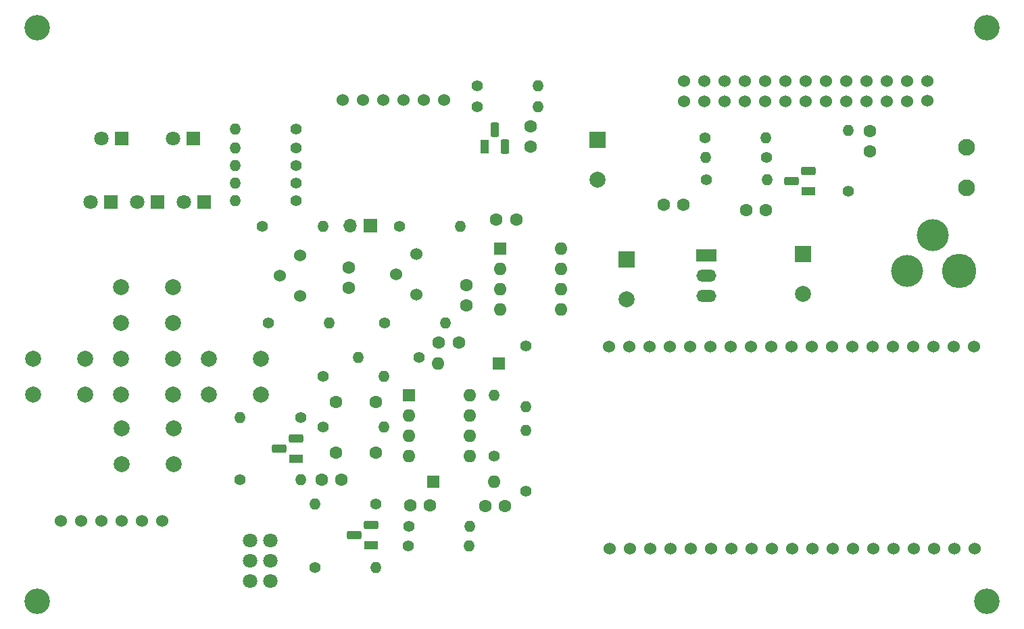
<source format=gbr>
%TF.GenerationSoftware,KiCad,Pcbnew,8.0.1*%
%TF.CreationDate,2024-04-18T15:02:16+02:00*%
%TF.ProjectId,GewitterMonitor,47657769-7474-4657-924d-6f6e69746f72,rev?*%
%TF.SameCoordinates,Original*%
%TF.FileFunction,Soldermask,Bot*%
%TF.FilePolarity,Negative*%
%FSLAX46Y46*%
G04 Gerber Fmt 4.6, Leading zero omitted, Abs format (unit mm)*
G04 Created by KiCad (PCBNEW 8.0.1) date 2024-04-18 15:02:16*
%MOMM*%
%LPD*%
G01*
G04 APERTURE LIST*
G04 Aperture macros list*
%AMRoundRect*
0 Rectangle with rounded corners*
0 $1 Rounding radius*
0 $2 $3 $4 $5 $6 $7 $8 $9 X,Y pos of 4 corners*
0 Add a 4 corners polygon primitive as box body*
4,1,4,$2,$3,$4,$5,$6,$7,$8,$9,$2,$3,0*
0 Add four circle primitives for the rounded corners*
1,1,$1+$1,$2,$3*
1,1,$1+$1,$4,$5*
1,1,$1+$1,$6,$7*
1,1,$1+$1,$8,$9*
0 Add four rect primitives between the rounded corners*
20,1,$1+$1,$2,$3,$4,$5,0*
20,1,$1+$1,$4,$5,$6,$7,0*
20,1,$1+$1,$6,$7,$8,$9,0*
20,1,$1+$1,$8,$9,$2,$3,0*%
G04 Aperture macros list end*
%ADD10C,1.600000*%
%ADD11C,1.400000*%
%ADD12O,1.400000X1.400000*%
%ADD13R,1.600000X1.600000*%
%ADD14O,1.600000X1.600000*%
%ADD15C,2.100000*%
%ADD16R,1.800000X1.100000*%
%ADD17RoundRect,0.275000X0.625000X-0.275000X0.625000X0.275000X-0.625000X0.275000X-0.625000X-0.275000X0*%
%ADD18C,1.524000*%
%ADD19C,3.200000*%
%ADD20R,1.100000X1.800000*%
%ADD21RoundRect,0.275000X-0.275000X-0.625000X0.275000X-0.625000X0.275000X0.625000X-0.275000X0.625000X0*%
%ADD22R,2.000000X2.000000*%
%ADD23C,2.000000*%
%ADD24R,1.700000X1.700000*%
%ADD25O,1.700000X1.700000*%
%ADD26C,1.800000*%
%ADD27C,4.000000*%
%ADD28C,4.300000*%
%ADD29R,2.500000X1.500000*%
%ADD30O,2.500000X1.500000*%
%ADD31R,1.800000X1.800000*%
G04 APERTURE END LIST*
D10*
%TO.C,C9*%
X121200000Y-37400000D03*
X121200000Y-34900000D03*
%TD*%
D11*
%TO.C,R13*%
X94200000Y-90200000D03*
D12*
X101820000Y-90200000D03*
%TD*%
D10*
%TO.C,C4*%
X95020000Y-79200000D03*
X97520000Y-79200000D03*
%TD*%
D13*
%TO.C,U4*%
X106000000Y-68580000D03*
D14*
X106000000Y-71120000D03*
X106000000Y-73660000D03*
X106000000Y-76200000D03*
X113620000Y-76200000D03*
X113620000Y-73660000D03*
X113620000Y-71120000D03*
X113620000Y-68580000D03*
%TD*%
D15*
%TO.C,J2*%
X175800000Y-37520000D03*
X175800000Y-42600000D03*
%TD*%
D16*
%TO.C,Q2*%
X156000000Y-42972323D03*
D17*
X153930000Y-41702323D03*
X156000000Y-40432323D03*
%TD*%
D11*
%TO.C,R3*%
X143200000Y-41600000D03*
D12*
X150820000Y-41600000D03*
%TD*%
D18*
%TO.C,RV1*%
X92340000Y-51060000D03*
X89800000Y-53600000D03*
X92340000Y-56140000D03*
%TD*%
%TO.C,U3*%
X75045000Y-84330000D03*
X72505000Y-84330000D03*
X69965000Y-84330000D03*
X67425000Y-84330000D03*
X64885000Y-84330000D03*
X62345000Y-84330000D03*
%TD*%
D19*
%TO.C,REF\u002A\u002A*%
X178400000Y-94400000D03*
%TD*%
D11*
%TO.C,R9*%
X107240000Y-63800000D03*
D12*
X99620000Y-63800000D03*
%TD*%
D20*
%TO.C,U5*%
X115460000Y-37400000D03*
D21*
X116730000Y-35330000D03*
X118000000Y-37400000D03*
%TD*%
D11*
%TO.C,R8*%
X92420000Y-71400000D03*
D12*
X84800000Y-71400000D03*
%TD*%
D11*
%TO.C,R26*%
X105900000Y-87500000D03*
D12*
X113520000Y-87500000D03*
%TD*%
D16*
%TO.C,Q3*%
X91800000Y-76540000D03*
D17*
X89730000Y-75270000D03*
X91800000Y-74000000D03*
%TD*%
D11*
%TO.C,R12*%
X95210000Y-72600000D03*
D12*
X102830000Y-72600000D03*
%TD*%
D10*
%TO.C,C5*%
X101800000Y-69400000D03*
X96800000Y-69400000D03*
%TD*%
%TO.C,C16*%
X140350000Y-44700000D03*
X137850000Y-44700000D03*
%TD*%
D19*
%TO.C,REF\u002A\u002A*%
X59400000Y-94400000D03*
%TD*%
D11*
%TO.C,R11*%
X116620000Y-76200000D03*
D12*
X116620000Y-68580000D03*
%TD*%
D22*
%TO.C,C14*%
X155300000Y-50900000D03*
D23*
X155300000Y-55900000D03*
%TD*%
D11*
%TO.C,R15*%
X114500000Y-29800000D03*
D12*
X122120000Y-29800000D03*
%TD*%
D16*
%TO.C,Q4*%
X101200000Y-87400000D03*
D17*
X99130000Y-86130000D03*
X101200000Y-84860000D03*
%TD*%
D11*
%TO.C,R22*%
X102960000Y-59500000D03*
D12*
X110580000Y-59500000D03*
%TD*%
D24*
%TO.C,J3*%
X101140000Y-47300000D03*
D25*
X98600000Y-47300000D03*
%TD*%
D22*
%TO.C,C2*%
X129600000Y-36600000D03*
D23*
X129600000Y-41600000D03*
%TD*%
D18*
%TO.C,U2*%
X176770000Y-62490000D03*
X174230000Y-62490000D03*
X171690000Y-62490000D03*
X169150000Y-62490000D03*
X166610000Y-62490000D03*
X164070000Y-62490000D03*
X161530000Y-62490000D03*
X158990000Y-62490000D03*
X156450000Y-62490000D03*
X153910000Y-62490000D03*
X151370000Y-62490000D03*
X148830000Y-62490000D03*
X146290000Y-62490000D03*
X143750000Y-62490000D03*
X141210000Y-62490000D03*
X138670000Y-62490000D03*
X136130000Y-62490000D03*
X133590000Y-62490000D03*
X131050000Y-62490000D03*
X131100000Y-87800000D03*
X133640000Y-87800000D03*
X136180000Y-87800000D03*
X138720000Y-87800000D03*
X141260000Y-87800000D03*
X143800000Y-87800000D03*
X146340000Y-87800000D03*
X148880000Y-87800000D03*
X151420000Y-87800000D03*
X153960000Y-87800000D03*
X156500000Y-87800000D03*
X159040000Y-87800000D03*
X161580000Y-87800000D03*
X164120000Y-87800000D03*
X166660000Y-87800000D03*
X169200000Y-87800000D03*
X171740000Y-87800000D03*
X174280000Y-87800000D03*
X176820000Y-87800000D03*
%TD*%
D13*
%TO.C,D1*%
X117240000Y-64600000D03*
D14*
X109620000Y-64600000D03*
%TD*%
D10*
%TO.C,C13*%
X150700000Y-45400000D03*
X148200000Y-45400000D03*
%TD*%
%TO.C,C3*%
X118000000Y-82500000D03*
X115500000Y-82500000D03*
%TD*%
D11*
%TO.C,R18*%
X91820000Y-35200000D03*
D12*
X84200000Y-35200000D03*
%TD*%
D10*
%TO.C,C12*%
X98400000Y-55100000D03*
X98400000Y-52600000D03*
%TD*%
D11*
%TO.C,R25*%
X91800000Y-44200000D03*
D12*
X84180000Y-44200000D03*
%TD*%
D26*
%TO.C,J4*%
X86060000Y-86800000D03*
X88600000Y-86800000D03*
X86060000Y-89340000D03*
X88600000Y-89340000D03*
X86060000Y-91880000D03*
X88600000Y-91880000D03*
%TD*%
D22*
%TO.C,C15*%
X133200000Y-51600000D03*
D23*
X133200000Y-56600000D03*
%TD*%
D11*
%TO.C,R20*%
X104790000Y-47400000D03*
D12*
X112410000Y-47400000D03*
%TD*%
D19*
%TO.C,REF\u002A\u002A*%
X178400000Y-22500000D03*
%TD*%
D10*
%TO.C,C1*%
X163700000Y-35500000D03*
X163700000Y-38000000D03*
%TD*%
D11*
%TO.C,R27*%
X106000000Y-85000000D03*
D12*
X113620000Y-85000000D03*
%TD*%
D11*
%TO.C,R14*%
X101820000Y-82200000D03*
D12*
X94200000Y-82200000D03*
%TD*%
D10*
%TO.C,C6*%
X96800000Y-75800000D03*
X101800000Y-75800000D03*
%TD*%
D11*
%TO.C,R24*%
X91800000Y-42000000D03*
D12*
X84180000Y-42000000D03*
%TD*%
D11*
%TO.C,R17*%
X87580000Y-47400000D03*
D12*
X95200000Y-47400000D03*
%TD*%
D11*
%TO.C,R19*%
X88360000Y-59500000D03*
D12*
X95980000Y-59500000D03*
%TD*%
D11*
%TO.C,R16*%
X114500000Y-32400000D03*
D12*
X122120000Y-32400000D03*
%TD*%
D18*
%TO.C,U8*%
X110400000Y-31600000D03*
X107860000Y-31600000D03*
X105320000Y-31600000D03*
X102780000Y-31600000D03*
X100240000Y-31600000D03*
X97700000Y-31600000D03*
%TD*%
D11*
%TO.C,R7*%
X84780000Y-79200000D03*
D12*
X92400000Y-79200000D03*
%TD*%
D10*
%TO.C,C10*%
X116900000Y-46600000D03*
X119400000Y-46600000D03*
%TD*%
D18*
%TO.C,RV2*%
X106940000Y-50860000D03*
X104400000Y-53400000D03*
X106940000Y-55940000D03*
%TD*%
D11*
%TO.C,R6*%
X120600000Y-62400000D03*
D12*
X120600000Y-70020000D03*
%TD*%
D19*
%TO.C,REF\u002A\u002A*%
X59400000Y-22500000D03*
%TD*%
D11*
%TO.C,R1*%
X161000000Y-43052323D03*
D12*
X161000000Y-35432323D03*
%TD*%
D10*
%TO.C,C8*%
X109720000Y-62000000D03*
X112220000Y-62000000D03*
%TD*%
D11*
%TO.C,R21*%
X91820000Y-37600000D03*
D12*
X84200000Y-37600000D03*
%TD*%
D11*
%TO.C,R10*%
X95210000Y-66200000D03*
D12*
X102830000Y-66200000D03*
%TD*%
D13*
%TO.C,D2*%
X109000000Y-79400000D03*
D14*
X116620000Y-79400000D03*
%TD*%
D13*
%TO.C,U6*%
X117380000Y-50180000D03*
D14*
X117380000Y-52720000D03*
X117380000Y-55260000D03*
X117380000Y-57800000D03*
X125000000Y-57800000D03*
X125000000Y-55260000D03*
X125000000Y-52720000D03*
X125000000Y-50180000D03*
%TD*%
D27*
%TO.C,J1*%
X168350000Y-52987500D03*
D28*
X174850000Y-52987500D03*
D27*
X171600000Y-48487500D03*
%TD*%
D10*
%TO.C,C7*%
X106100000Y-82400000D03*
X108600000Y-82400000D03*
%TD*%
D11*
%TO.C,R23*%
X91800000Y-39800000D03*
D12*
X84180000Y-39800000D03*
%TD*%
D29*
%TO.C,U7*%
X143200000Y-51020000D03*
D30*
X143200000Y-53560000D03*
X143200000Y-56100000D03*
%TD*%
D11*
%TO.C,R4*%
X143090000Y-36300000D03*
D12*
X150710000Y-36300000D03*
%TD*%
D11*
%TO.C,R2*%
X150720000Y-38800000D03*
D12*
X143100000Y-38800000D03*
%TD*%
D11*
%TO.C,R5*%
X120600000Y-80600000D03*
D12*
X120600000Y-72980000D03*
%TD*%
D10*
%TO.C,C11*%
X113200000Y-54800000D03*
X113200000Y-57300000D03*
%TD*%
D23*
%TO.C,SW2*%
X76400000Y-55000000D03*
X69900000Y-55000000D03*
X76400000Y-59500000D03*
X69900000Y-59500000D03*
%TD*%
%TO.C,SW1*%
X65400000Y-64000000D03*
X58900000Y-64000000D03*
X65400000Y-68500000D03*
X58900000Y-68500000D03*
%TD*%
D18*
%TO.C,U1*%
X170900000Y-31640000D03*
X170900000Y-29200000D03*
X168360000Y-31740000D03*
X168360000Y-29200000D03*
X165820000Y-31740000D03*
X165820000Y-29200000D03*
X163280000Y-31740000D03*
X163280000Y-29200000D03*
X160740000Y-31740000D03*
X160740000Y-29200000D03*
X158200000Y-31740000D03*
X158200000Y-29200000D03*
X155660000Y-31740000D03*
X155660000Y-29200000D03*
X153120000Y-31740000D03*
X153120000Y-29200000D03*
X150580000Y-31740000D03*
X150580000Y-29200000D03*
X148040000Y-31740000D03*
X148040000Y-29200000D03*
X145500000Y-31740000D03*
X145500000Y-29200000D03*
X142960000Y-31740000D03*
X142960000Y-29200000D03*
X140420000Y-31740000D03*
X140420000Y-29200000D03*
%TD*%
D31*
%TO.C,D8*%
X68600000Y-44400000D03*
D26*
X66060000Y-44400000D03*
%TD*%
D31*
%TO.C,D7*%
X74435000Y-44400000D03*
D26*
X71895000Y-44400000D03*
%TD*%
D31*
%TO.C,D5*%
X70000000Y-36395600D03*
D26*
X67460000Y-36395600D03*
%TD*%
D31*
%TO.C,D4*%
X80300000Y-44400000D03*
D26*
X77760000Y-44400000D03*
%TD*%
D23*
%TO.C,SW3*%
X87400000Y-64000000D03*
X80900000Y-64000000D03*
X87400000Y-68500000D03*
X80900000Y-68500000D03*
%TD*%
%TO.C,SW5*%
X76400000Y-64000000D03*
X69900000Y-64000000D03*
X76400000Y-68500000D03*
X69900000Y-68500000D03*
%TD*%
%TO.C,SW4*%
X76500000Y-72700000D03*
X70000000Y-72700000D03*
X76500000Y-77200000D03*
X70000000Y-77200000D03*
%TD*%
D31*
%TO.C,D3*%
X78940000Y-36400000D03*
D26*
X76400000Y-36400000D03*
%TD*%
M02*

</source>
